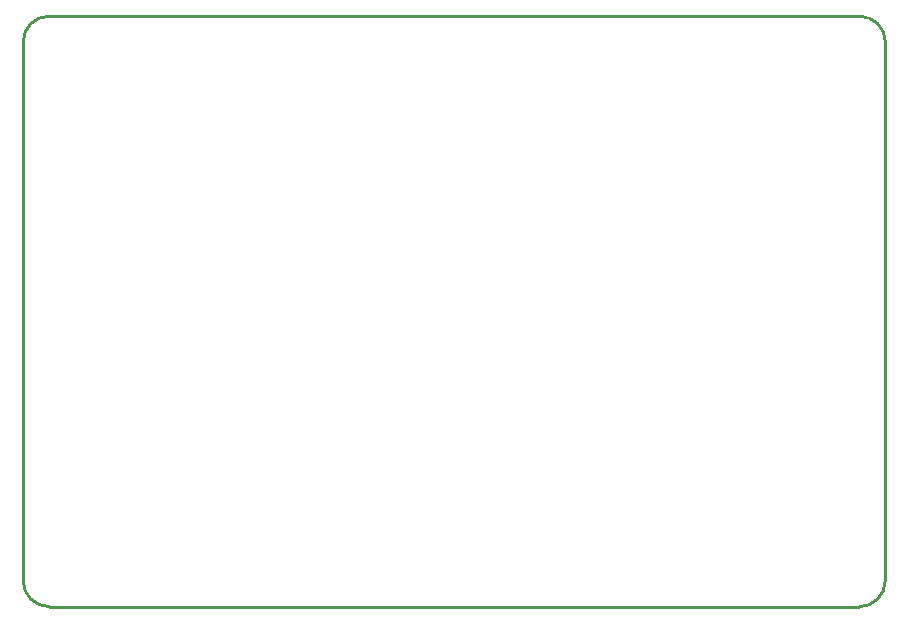
<source format=gko>
%FSLAX44Y44*%
%MOMM*%
G71*
G01*
G75*
G04 Layer_Color=16711935*
G04:AMPARAMS|DCode=10|XSize=2.4mm|YSize=2.8mm|CornerRadius=0mm|HoleSize=0mm|Usage=FLASHONLY|Rotation=135.000|XOffset=0mm|YOffset=0mm|HoleType=Round|Shape=Rectangle|*
%AMROTATEDRECTD10*
4,1,4,1.8385,0.1414,-0.1414,-1.8385,-1.8385,-0.1414,0.1414,1.8385,1.8385,0.1414,0.0*
%
%ADD10ROTATEDRECTD10*%

%ADD11R,0.5000X0.6000*%
%ADD12R,0.8890X1.0160*%
%ADD13R,0.6000X0.5000*%
%ADD14R,0.8000X2.4000*%
%ADD15R,5.3000X5.0000*%
%ADD16R,1.2500X2.4000*%
%ADD17R,1.2500X1.2000*%
%ADD18R,1.2000X1.4000*%
G04:AMPARAMS|DCode=19|XSize=1.5mm|YSize=1.4mm|CornerRadius=0mm|HoleSize=0mm|Usage=FLASHONLY|Rotation=315.000|XOffset=0mm|YOffset=0mm|HoleType=Round|Shape=Rectangle|*
%AMROTATEDRECTD19*
4,1,4,-1.0253,0.0354,-0.0354,1.0253,1.0253,-0.0354,0.0354,-1.0253,-1.0253,0.0354,0.0*
%
%ADD19ROTATEDRECTD19*%

%ADD20R,1.3970X1.3970*%
%ADD21C,1.0000*%
%ADD22R,1.1000X0.5000*%
%ADD23R,1.2000X1.6000*%
%ADD24R,1.0668X0.8128*%
%ADD25R,0.7600X1.5600*%
%ADD26R,0.8128X0.8128*%
%ADD27R,1.6000X1.2000*%
%ADD28R,1.2954X1.6002*%
%ADD29R,2.0320X0.6096*%
%ADD30O,2.0320X0.6096*%
%ADD31R,3.7000X3.7000*%
%ADD32R,0.8000X0.2000*%
%ADD33R,0.8000X0.1990*%
%ADD34R,0.2000X0.8000*%
%ADD35R,0.1990X0.8000*%
%ADD36R,2.4000X0.8000*%
%ADD37R,5.0000X5.3000*%
%ADD38R,1.2000X1.2000*%
G04:AMPARAMS|DCode=39|XSize=1.5mm|YSize=1.4mm|CornerRadius=0mm|HoleSize=0mm|Usage=FLASHONLY|Rotation=45.000|XOffset=0mm|YOffset=0mm|HoleType=Round|Shape=Rectangle|*
%AMROTATEDRECTD39*
4,1,4,-0.0354,-1.0253,-1.0253,-0.0354,0.0354,1.0253,1.0253,0.0354,-0.0354,-1.0253,0.0*
%
%ADD39ROTATEDRECTD39*%

%ADD40R,2.4000X1.2500*%
%ADD41R,1.2000X1.2500*%
%ADD42R,2.6200X3.5100*%
%ADD43C,0.2000*%
%ADD44C,0.1780*%
%ADD45C,0.2540*%
%ADD46C,0.6000*%
%ADD47C,4.1200*%
%ADD48C,0.3000*%
%ADD49C,0.4000*%
%ADD50C,0.1270*%
%ADD51C,0.1800*%
%ADD52C,1.0000*%
%ADD53C,0.8000*%
%ADD54C,0.2543*%
%ADD55R,1.0668X1.5240*%
%ADD56O,1.0160X1.5240*%
%ADD57C,2.5400*%
%ADD58C,1.3500*%
%ADD59R,1.3500X1.3500*%
G04:AMPARAMS|DCode=60|XSize=4mm|YSize=4mm|CornerRadius=2mm|HoleSize=0mm|Usage=FLASHONLY|Rotation=0.000|XOffset=0mm|YOffset=0mm|HoleType=Round|Shape=RoundedRectangle|*
%AMROUNDEDRECTD60*
21,1,4.0000,0.0000,0,0,0.0*
21,1,0.0000,4.0000,0,0,0.0*
1,1,4.0000,0.0000,0.0000*
1,1,4.0000,0.0000,0.0000*
1,1,4.0000,0.0000,0.0000*
1,1,4.0000,0.0000,0.0000*
%
%ADD60ROUNDEDRECTD60*%
%ADD61R,1.0000X1.0000*%
%ADD62C,1.8000*%
%ADD63R,1.8000X1.8000*%
%ADD64C,4.5000*%
%ADD65C,2.8000*%
%ADD66C,1.2540*%
%ADD67C,0.5000*%
%ADD68R,1.0729X7.6713*%
%ADD69C,2.0000*%
%ADD70R,8.9783X5.0800*%
%ADD71R,0.8128X1.0668*%
%ADD72R,0.8128X0.8128*%
%ADD73C,1.6000*%
%ADD74C,3.0000*%
%ADD75R,9.1983X4.5380*%
%ADD76C,0.1200*%
%ADD77C,0.1250*%
%ADD78C,0.1524*%
%ADD79C,0.1999*%
%ADD80C,0.2032*%
G04:AMPARAMS|DCode=81|XSize=2.6032mm|YSize=3.0032mm|CornerRadius=0mm|HoleSize=0mm|Usage=FLASHONLY|Rotation=135.000|XOffset=0mm|YOffset=0mm|HoleType=Round|Shape=Rectangle|*
%AMROTATEDRECTD81*
4,1,4,1.9822,0.1414,-0.1414,-1.9822,-1.9822,-0.1414,0.1414,1.9822,1.9822,0.1414,0.0*
%
%ADD81ROTATEDRECTD81*%

%ADD82R,0.7032X0.8032*%
%ADD83R,1.0922X1.2192*%
%ADD84R,0.8032X0.7032*%
%ADD85R,1.0032X2.6032*%
%ADD86R,5.5032X5.2032*%
%ADD87R,1.4532X2.6032*%
%ADD88R,1.4532X1.4032*%
%ADD89R,1.4032X1.6032*%
G04:AMPARAMS|DCode=90|XSize=1.7032mm|YSize=1.6032mm|CornerRadius=0mm|HoleSize=0mm|Usage=FLASHONLY|Rotation=315.000|XOffset=0mm|YOffset=0mm|HoleType=Round|Shape=Rectangle|*
%AMROTATEDRECTD90*
4,1,4,-1.1690,0.0354,-0.0354,1.1690,1.1690,-0.0354,0.0354,-1.1690,-1.1690,0.0354,0.0*
%
%ADD90ROTATEDRECTD90*%

%ADD91R,1.6002X1.6002*%
%ADD92C,1.2032*%
%ADD93R,1.3032X0.7032*%
%ADD94R,1.4032X1.8032*%
%ADD95R,1.2700X1.0160*%
%ADD96R,0.9632X1.7632*%
%ADD97R,1.0160X1.0160*%
%ADD98R,1.8032X1.4032*%
%ADD99R,1.4986X1.8034*%
%ADD100R,2.2352X0.8128*%
%ADD101O,2.2352X0.8128*%
%ADD102R,3.8000X3.8000*%
%ADD103R,0.9000X0.3000*%
%ADD104R,0.9000X0.3000*%
%ADD105R,0.9000X0.2990*%
%ADD106R,0.9000X0.2990*%
%ADD107R,0.3000X0.9000*%
%ADD108R,0.2990X0.9000*%
%ADD109R,2.6032X1.0032*%
%ADD110R,5.2032X5.5032*%
%ADD111R,1.4032X1.4032*%
G04:AMPARAMS|DCode=112|XSize=1.7032mm|YSize=1.6032mm|CornerRadius=0mm|HoleSize=0mm|Usage=FLASHONLY|Rotation=45.000|XOffset=0mm|YOffset=0mm|HoleType=Round|Shape=Rectangle|*
%AMROTATEDRECTD112*
4,1,4,-0.0354,-1.1690,-1.1690,-0.0354,0.0354,1.1690,1.1690,0.0354,-0.0354,-1.1690,0.0*
%
%ADD112ROTATEDRECTD112*%

%ADD113R,2.6032X1.4532*%
%ADD114R,1.4032X1.4532*%
%ADD115R,2.8232X3.7132*%
%ADD116R,1.1668X1.6240*%
%ADD117O,1.1160X1.6240*%
%ADD118C,2.6400*%
%ADD119C,1.5532*%
%ADD120R,1.5532X1.5532*%
G04:AMPARAMS|DCode=121|XSize=4.2032mm|YSize=4.2032mm|CornerRadius=2.1016mm|HoleSize=0mm|Usage=FLASHONLY|Rotation=0.000|XOffset=0mm|YOffset=0mm|HoleType=Round|Shape=RoundedRectangle|*
%AMROUNDEDRECTD121*
21,1,4.2032,0.0000,0,0,0.0*
21,1,0.0000,4.2032,0,0,0.0*
1,1,4.2032,0.0000,0.0000*
1,1,4.2032,0.0000,0.0000*
1,1,4.2032,0.0000,0.0000*
1,1,4.2032,0.0000,0.0000*
%
%ADD121ROUNDEDRECTD121*%
%ADD122R,1.2032X1.2032*%
%ADD123C,2.0032*%
%ADD124R,2.0032X2.0032*%
%ADD125C,4.7032*%
%ADD126C,3.0032*%
%ADD127C,1.4572*%
%ADD128C,0.7032*%
%ADD129R,1.0160X1.2700*%
%ADD130R,1.0160X1.0160*%
D45*
X708000Y0D02*
G03*
X730000Y22000I0J22000D01*
G01*
X0D02*
G03*
X22000Y0I22000J0D01*
G01*
Y500000D02*
G03*
X0Y478000I0J-22000D01*
G01*
X730000D02*
G03*
X708000Y500000I-22000J0D01*
G01*
X22000Y0D02*
X708000D01*
X730000Y22000D02*
Y478000D01*
X0Y22000D02*
Y478000D01*
X22000Y500000D02*
X708000D01*
M02*

</source>
